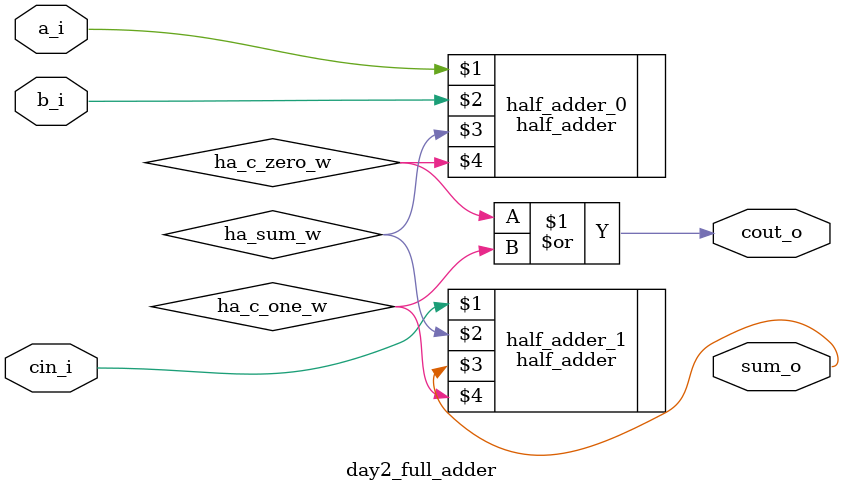
<source format=sv>
`timescale 1ns / 1ps

module day2_full_adder(
    input logic a_i,
    input logic b_i,
    input logic cin_i,
    output logic sum_o,
    output logic cout_o
    );
    
    wire ha_sum_w;
    wire ha_c_zero_w;
    wire ha_c_one_w;    
    half_adder half_adder_0(a_i,b_i,ha_sum_w,ha_c_zero_w);
    half_adder half_adder_1(cin_i, ha_sum_w, sum_o, ha_c_one_w);
    
    assign cout_o = ha_c_zero_w | ha_c_one_w;
    
endmodule

</source>
